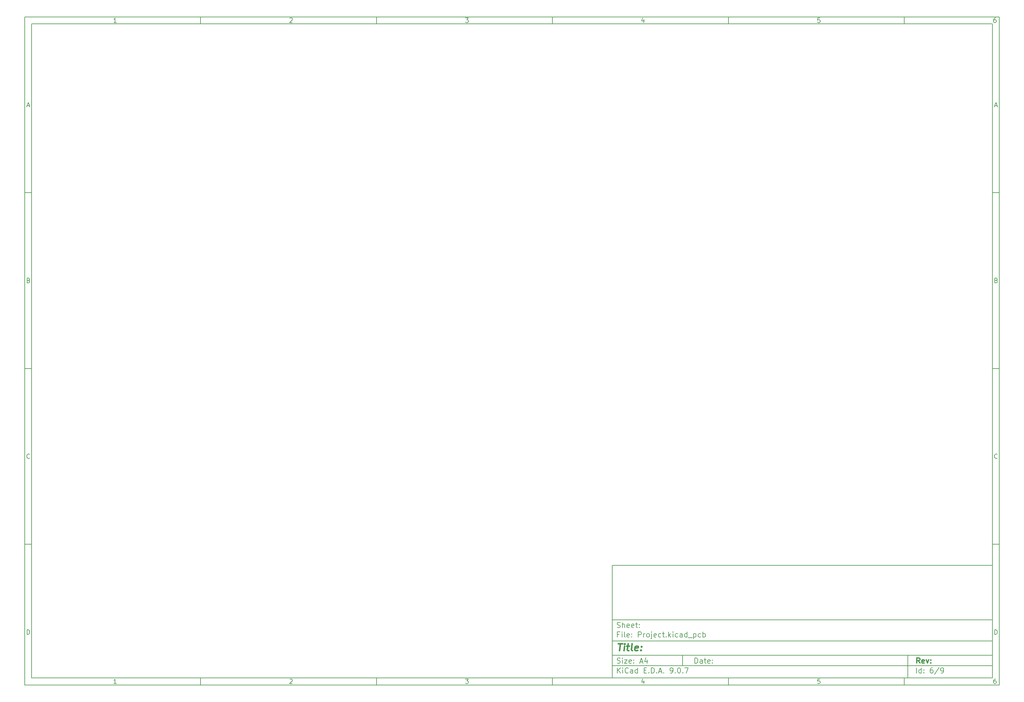
<source format=gbo>
%TF.GenerationSoftware,KiCad,Pcbnew,9.0.7*%
%TF.CreationDate,2026-02-26T16:53:45+05:30*%
%TF.ProjectId,Project,50726f6a-6563-4742-9e6b-696361645f70,rev?*%
%TF.SameCoordinates,Original*%
%TF.FileFunction,Legend,Bot*%
%TF.FilePolarity,Positive*%
%FSLAX46Y46*%
G04 Gerber Fmt 4.6, Leading zero omitted, Abs format (unit mm)*
G04 Created by KiCad (PCBNEW 9.0.7) date 2026-02-26 16:53:45*
%MOMM*%
%LPD*%
G01*
G04 APERTURE LIST*
%ADD10C,0.100000*%
%ADD11C,0.150000*%
%ADD12C,0.300000*%
%ADD13C,0.400000*%
G04 APERTURE END LIST*
D10*
D11*
X177002200Y-166007200D02*
X285002200Y-166007200D01*
X285002200Y-198007200D01*
X177002200Y-198007200D01*
X177002200Y-166007200D01*
D10*
D11*
X10000000Y-10000000D02*
X287002200Y-10000000D01*
X287002200Y-200007200D01*
X10000000Y-200007200D01*
X10000000Y-10000000D01*
D10*
D11*
X12000000Y-12000000D02*
X285002200Y-12000000D01*
X285002200Y-198007200D01*
X12000000Y-198007200D01*
X12000000Y-12000000D01*
D10*
D11*
X60000000Y-12000000D02*
X60000000Y-10000000D01*
D10*
D11*
X110000000Y-12000000D02*
X110000000Y-10000000D01*
D10*
D11*
X160000000Y-12000000D02*
X160000000Y-10000000D01*
D10*
D11*
X210000000Y-12000000D02*
X210000000Y-10000000D01*
D10*
D11*
X260000000Y-12000000D02*
X260000000Y-10000000D01*
D10*
D11*
X36089160Y-11593604D02*
X35346303Y-11593604D01*
X35717731Y-11593604D02*
X35717731Y-10293604D01*
X35717731Y-10293604D02*
X35593922Y-10479319D01*
X35593922Y-10479319D02*
X35470112Y-10603128D01*
X35470112Y-10603128D02*
X35346303Y-10665033D01*
D10*
D11*
X85346303Y-10417414D02*
X85408207Y-10355509D01*
X85408207Y-10355509D02*
X85532017Y-10293604D01*
X85532017Y-10293604D02*
X85841541Y-10293604D01*
X85841541Y-10293604D02*
X85965350Y-10355509D01*
X85965350Y-10355509D02*
X86027255Y-10417414D01*
X86027255Y-10417414D02*
X86089160Y-10541223D01*
X86089160Y-10541223D02*
X86089160Y-10665033D01*
X86089160Y-10665033D02*
X86027255Y-10850747D01*
X86027255Y-10850747D02*
X85284398Y-11593604D01*
X85284398Y-11593604D02*
X86089160Y-11593604D01*
D10*
D11*
X135284398Y-10293604D02*
X136089160Y-10293604D01*
X136089160Y-10293604D02*
X135655826Y-10788842D01*
X135655826Y-10788842D02*
X135841541Y-10788842D01*
X135841541Y-10788842D02*
X135965350Y-10850747D01*
X135965350Y-10850747D02*
X136027255Y-10912652D01*
X136027255Y-10912652D02*
X136089160Y-11036461D01*
X136089160Y-11036461D02*
X136089160Y-11345985D01*
X136089160Y-11345985D02*
X136027255Y-11469795D01*
X136027255Y-11469795D02*
X135965350Y-11531700D01*
X135965350Y-11531700D02*
X135841541Y-11593604D01*
X135841541Y-11593604D02*
X135470112Y-11593604D01*
X135470112Y-11593604D02*
X135346303Y-11531700D01*
X135346303Y-11531700D02*
X135284398Y-11469795D01*
D10*
D11*
X185965350Y-10726938D02*
X185965350Y-11593604D01*
X185655826Y-10231700D02*
X185346303Y-11160271D01*
X185346303Y-11160271D02*
X186151064Y-11160271D01*
D10*
D11*
X236027255Y-10293604D02*
X235408207Y-10293604D01*
X235408207Y-10293604D02*
X235346303Y-10912652D01*
X235346303Y-10912652D02*
X235408207Y-10850747D01*
X235408207Y-10850747D02*
X235532017Y-10788842D01*
X235532017Y-10788842D02*
X235841541Y-10788842D01*
X235841541Y-10788842D02*
X235965350Y-10850747D01*
X235965350Y-10850747D02*
X236027255Y-10912652D01*
X236027255Y-10912652D02*
X236089160Y-11036461D01*
X236089160Y-11036461D02*
X236089160Y-11345985D01*
X236089160Y-11345985D02*
X236027255Y-11469795D01*
X236027255Y-11469795D02*
X235965350Y-11531700D01*
X235965350Y-11531700D02*
X235841541Y-11593604D01*
X235841541Y-11593604D02*
X235532017Y-11593604D01*
X235532017Y-11593604D02*
X235408207Y-11531700D01*
X235408207Y-11531700D02*
X235346303Y-11469795D01*
D10*
D11*
X285965350Y-10293604D02*
X285717731Y-10293604D01*
X285717731Y-10293604D02*
X285593922Y-10355509D01*
X285593922Y-10355509D02*
X285532017Y-10417414D01*
X285532017Y-10417414D02*
X285408207Y-10603128D01*
X285408207Y-10603128D02*
X285346303Y-10850747D01*
X285346303Y-10850747D02*
X285346303Y-11345985D01*
X285346303Y-11345985D02*
X285408207Y-11469795D01*
X285408207Y-11469795D02*
X285470112Y-11531700D01*
X285470112Y-11531700D02*
X285593922Y-11593604D01*
X285593922Y-11593604D02*
X285841541Y-11593604D01*
X285841541Y-11593604D02*
X285965350Y-11531700D01*
X285965350Y-11531700D02*
X286027255Y-11469795D01*
X286027255Y-11469795D02*
X286089160Y-11345985D01*
X286089160Y-11345985D02*
X286089160Y-11036461D01*
X286089160Y-11036461D02*
X286027255Y-10912652D01*
X286027255Y-10912652D02*
X285965350Y-10850747D01*
X285965350Y-10850747D02*
X285841541Y-10788842D01*
X285841541Y-10788842D02*
X285593922Y-10788842D01*
X285593922Y-10788842D02*
X285470112Y-10850747D01*
X285470112Y-10850747D02*
X285408207Y-10912652D01*
X285408207Y-10912652D02*
X285346303Y-11036461D01*
D10*
D11*
X60000000Y-198007200D02*
X60000000Y-200007200D01*
D10*
D11*
X110000000Y-198007200D02*
X110000000Y-200007200D01*
D10*
D11*
X160000000Y-198007200D02*
X160000000Y-200007200D01*
D10*
D11*
X210000000Y-198007200D02*
X210000000Y-200007200D01*
D10*
D11*
X260000000Y-198007200D02*
X260000000Y-200007200D01*
D10*
D11*
X36089160Y-199600804D02*
X35346303Y-199600804D01*
X35717731Y-199600804D02*
X35717731Y-198300804D01*
X35717731Y-198300804D02*
X35593922Y-198486519D01*
X35593922Y-198486519D02*
X35470112Y-198610328D01*
X35470112Y-198610328D02*
X35346303Y-198672233D01*
D10*
D11*
X85346303Y-198424614D02*
X85408207Y-198362709D01*
X85408207Y-198362709D02*
X85532017Y-198300804D01*
X85532017Y-198300804D02*
X85841541Y-198300804D01*
X85841541Y-198300804D02*
X85965350Y-198362709D01*
X85965350Y-198362709D02*
X86027255Y-198424614D01*
X86027255Y-198424614D02*
X86089160Y-198548423D01*
X86089160Y-198548423D02*
X86089160Y-198672233D01*
X86089160Y-198672233D02*
X86027255Y-198857947D01*
X86027255Y-198857947D02*
X85284398Y-199600804D01*
X85284398Y-199600804D02*
X86089160Y-199600804D01*
D10*
D11*
X135284398Y-198300804D02*
X136089160Y-198300804D01*
X136089160Y-198300804D02*
X135655826Y-198796042D01*
X135655826Y-198796042D02*
X135841541Y-198796042D01*
X135841541Y-198796042D02*
X135965350Y-198857947D01*
X135965350Y-198857947D02*
X136027255Y-198919852D01*
X136027255Y-198919852D02*
X136089160Y-199043661D01*
X136089160Y-199043661D02*
X136089160Y-199353185D01*
X136089160Y-199353185D02*
X136027255Y-199476995D01*
X136027255Y-199476995D02*
X135965350Y-199538900D01*
X135965350Y-199538900D02*
X135841541Y-199600804D01*
X135841541Y-199600804D02*
X135470112Y-199600804D01*
X135470112Y-199600804D02*
X135346303Y-199538900D01*
X135346303Y-199538900D02*
X135284398Y-199476995D01*
D10*
D11*
X185965350Y-198734138D02*
X185965350Y-199600804D01*
X185655826Y-198238900D02*
X185346303Y-199167471D01*
X185346303Y-199167471D02*
X186151064Y-199167471D01*
D10*
D11*
X236027255Y-198300804D02*
X235408207Y-198300804D01*
X235408207Y-198300804D02*
X235346303Y-198919852D01*
X235346303Y-198919852D02*
X235408207Y-198857947D01*
X235408207Y-198857947D02*
X235532017Y-198796042D01*
X235532017Y-198796042D02*
X235841541Y-198796042D01*
X235841541Y-198796042D02*
X235965350Y-198857947D01*
X235965350Y-198857947D02*
X236027255Y-198919852D01*
X236027255Y-198919852D02*
X236089160Y-199043661D01*
X236089160Y-199043661D02*
X236089160Y-199353185D01*
X236089160Y-199353185D02*
X236027255Y-199476995D01*
X236027255Y-199476995D02*
X235965350Y-199538900D01*
X235965350Y-199538900D02*
X235841541Y-199600804D01*
X235841541Y-199600804D02*
X235532017Y-199600804D01*
X235532017Y-199600804D02*
X235408207Y-199538900D01*
X235408207Y-199538900D02*
X235346303Y-199476995D01*
D10*
D11*
X285965350Y-198300804D02*
X285717731Y-198300804D01*
X285717731Y-198300804D02*
X285593922Y-198362709D01*
X285593922Y-198362709D02*
X285532017Y-198424614D01*
X285532017Y-198424614D02*
X285408207Y-198610328D01*
X285408207Y-198610328D02*
X285346303Y-198857947D01*
X285346303Y-198857947D02*
X285346303Y-199353185D01*
X285346303Y-199353185D02*
X285408207Y-199476995D01*
X285408207Y-199476995D02*
X285470112Y-199538900D01*
X285470112Y-199538900D02*
X285593922Y-199600804D01*
X285593922Y-199600804D02*
X285841541Y-199600804D01*
X285841541Y-199600804D02*
X285965350Y-199538900D01*
X285965350Y-199538900D02*
X286027255Y-199476995D01*
X286027255Y-199476995D02*
X286089160Y-199353185D01*
X286089160Y-199353185D02*
X286089160Y-199043661D01*
X286089160Y-199043661D02*
X286027255Y-198919852D01*
X286027255Y-198919852D02*
X285965350Y-198857947D01*
X285965350Y-198857947D02*
X285841541Y-198796042D01*
X285841541Y-198796042D02*
X285593922Y-198796042D01*
X285593922Y-198796042D02*
X285470112Y-198857947D01*
X285470112Y-198857947D02*
X285408207Y-198919852D01*
X285408207Y-198919852D02*
X285346303Y-199043661D01*
D10*
D11*
X10000000Y-60000000D02*
X12000000Y-60000000D01*
D10*
D11*
X10000000Y-110000000D02*
X12000000Y-110000000D01*
D10*
D11*
X10000000Y-160000000D02*
X12000000Y-160000000D01*
D10*
D11*
X10690476Y-35222176D02*
X11309523Y-35222176D01*
X10566666Y-35593604D02*
X10999999Y-34293604D01*
X10999999Y-34293604D02*
X11433333Y-35593604D01*
D10*
D11*
X11092857Y-84912652D02*
X11278571Y-84974557D01*
X11278571Y-84974557D02*
X11340476Y-85036461D01*
X11340476Y-85036461D02*
X11402380Y-85160271D01*
X11402380Y-85160271D02*
X11402380Y-85345985D01*
X11402380Y-85345985D02*
X11340476Y-85469795D01*
X11340476Y-85469795D02*
X11278571Y-85531700D01*
X11278571Y-85531700D02*
X11154761Y-85593604D01*
X11154761Y-85593604D02*
X10659523Y-85593604D01*
X10659523Y-85593604D02*
X10659523Y-84293604D01*
X10659523Y-84293604D02*
X11092857Y-84293604D01*
X11092857Y-84293604D02*
X11216666Y-84355509D01*
X11216666Y-84355509D02*
X11278571Y-84417414D01*
X11278571Y-84417414D02*
X11340476Y-84541223D01*
X11340476Y-84541223D02*
X11340476Y-84665033D01*
X11340476Y-84665033D02*
X11278571Y-84788842D01*
X11278571Y-84788842D02*
X11216666Y-84850747D01*
X11216666Y-84850747D02*
X11092857Y-84912652D01*
X11092857Y-84912652D02*
X10659523Y-84912652D01*
D10*
D11*
X11402380Y-135469795D02*
X11340476Y-135531700D01*
X11340476Y-135531700D02*
X11154761Y-135593604D01*
X11154761Y-135593604D02*
X11030952Y-135593604D01*
X11030952Y-135593604D02*
X10845238Y-135531700D01*
X10845238Y-135531700D02*
X10721428Y-135407890D01*
X10721428Y-135407890D02*
X10659523Y-135284080D01*
X10659523Y-135284080D02*
X10597619Y-135036461D01*
X10597619Y-135036461D02*
X10597619Y-134850747D01*
X10597619Y-134850747D02*
X10659523Y-134603128D01*
X10659523Y-134603128D02*
X10721428Y-134479319D01*
X10721428Y-134479319D02*
X10845238Y-134355509D01*
X10845238Y-134355509D02*
X11030952Y-134293604D01*
X11030952Y-134293604D02*
X11154761Y-134293604D01*
X11154761Y-134293604D02*
X11340476Y-134355509D01*
X11340476Y-134355509D02*
X11402380Y-134417414D01*
D10*
D11*
X10659523Y-185593604D02*
X10659523Y-184293604D01*
X10659523Y-184293604D02*
X10969047Y-184293604D01*
X10969047Y-184293604D02*
X11154761Y-184355509D01*
X11154761Y-184355509D02*
X11278571Y-184479319D01*
X11278571Y-184479319D02*
X11340476Y-184603128D01*
X11340476Y-184603128D02*
X11402380Y-184850747D01*
X11402380Y-184850747D02*
X11402380Y-185036461D01*
X11402380Y-185036461D02*
X11340476Y-185284080D01*
X11340476Y-185284080D02*
X11278571Y-185407890D01*
X11278571Y-185407890D02*
X11154761Y-185531700D01*
X11154761Y-185531700D02*
X10969047Y-185593604D01*
X10969047Y-185593604D02*
X10659523Y-185593604D01*
D10*
D11*
X287002200Y-60000000D02*
X285002200Y-60000000D01*
D10*
D11*
X287002200Y-110000000D02*
X285002200Y-110000000D01*
D10*
D11*
X287002200Y-160000000D02*
X285002200Y-160000000D01*
D10*
D11*
X285692676Y-35222176D02*
X286311723Y-35222176D01*
X285568866Y-35593604D02*
X286002199Y-34293604D01*
X286002199Y-34293604D02*
X286435533Y-35593604D01*
D10*
D11*
X286095057Y-84912652D02*
X286280771Y-84974557D01*
X286280771Y-84974557D02*
X286342676Y-85036461D01*
X286342676Y-85036461D02*
X286404580Y-85160271D01*
X286404580Y-85160271D02*
X286404580Y-85345985D01*
X286404580Y-85345985D02*
X286342676Y-85469795D01*
X286342676Y-85469795D02*
X286280771Y-85531700D01*
X286280771Y-85531700D02*
X286156961Y-85593604D01*
X286156961Y-85593604D02*
X285661723Y-85593604D01*
X285661723Y-85593604D02*
X285661723Y-84293604D01*
X285661723Y-84293604D02*
X286095057Y-84293604D01*
X286095057Y-84293604D02*
X286218866Y-84355509D01*
X286218866Y-84355509D02*
X286280771Y-84417414D01*
X286280771Y-84417414D02*
X286342676Y-84541223D01*
X286342676Y-84541223D02*
X286342676Y-84665033D01*
X286342676Y-84665033D02*
X286280771Y-84788842D01*
X286280771Y-84788842D02*
X286218866Y-84850747D01*
X286218866Y-84850747D02*
X286095057Y-84912652D01*
X286095057Y-84912652D02*
X285661723Y-84912652D01*
D10*
D11*
X286404580Y-135469795D02*
X286342676Y-135531700D01*
X286342676Y-135531700D02*
X286156961Y-135593604D01*
X286156961Y-135593604D02*
X286033152Y-135593604D01*
X286033152Y-135593604D02*
X285847438Y-135531700D01*
X285847438Y-135531700D02*
X285723628Y-135407890D01*
X285723628Y-135407890D02*
X285661723Y-135284080D01*
X285661723Y-135284080D02*
X285599819Y-135036461D01*
X285599819Y-135036461D02*
X285599819Y-134850747D01*
X285599819Y-134850747D02*
X285661723Y-134603128D01*
X285661723Y-134603128D02*
X285723628Y-134479319D01*
X285723628Y-134479319D02*
X285847438Y-134355509D01*
X285847438Y-134355509D02*
X286033152Y-134293604D01*
X286033152Y-134293604D02*
X286156961Y-134293604D01*
X286156961Y-134293604D02*
X286342676Y-134355509D01*
X286342676Y-134355509D02*
X286404580Y-134417414D01*
D10*
D11*
X285661723Y-185593604D02*
X285661723Y-184293604D01*
X285661723Y-184293604D02*
X285971247Y-184293604D01*
X285971247Y-184293604D02*
X286156961Y-184355509D01*
X286156961Y-184355509D02*
X286280771Y-184479319D01*
X286280771Y-184479319D02*
X286342676Y-184603128D01*
X286342676Y-184603128D02*
X286404580Y-184850747D01*
X286404580Y-184850747D02*
X286404580Y-185036461D01*
X286404580Y-185036461D02*
X286342676Y-185284080D01*
X286342676Y-185284080D02*
X286280771Y-185407890D01*
X286280771Y-185407890D02*
X286156961Y-185531700D01*
X286156961Y-185531700D02*
X285971247Y-185593604D01*
X285971247Y-185593604D02*
X285661723Y-185593604D01*
D10*
D11*
X200458026Y-193793328D02*
X200458026Y-192293328D01*
X200458026Y-192293328D02*
X200815169Y-192293328D01*
X200815169Y-192293328D02*
X201029455Y-192364757D01*
X201029455Y-192364757D02*
X201172312Y-192507614D01*
X201172312Y-192507614D02*
X201243741Y-192650471D01*
X201243741Y-192650471D02*
X201315169Y-192936185D01*
X201315169Y-192936185D02*
X201315169Y-193150471D01*
X201315169Y-193150471D02*
X201243741Y-193436185D01*
X201243741Y-193436185D02*
X201172312Y-193579042D01*
X201172312Y-193579042D02*
X201029455Y-193721900D01*
X201029455Y-193721900D02*
X200815169Y-193793328D01*
X200815169Y-193793328D02*
X200458026Y-193793328D01*
X202600884Y-193793328D02*
X202600884Y-193007614D01*
X202600884Y-193007614D02*
X202529455Y-192864757D01*
X202529455Y-192864757D02*
X202386598Y-192793328D01*
X202386598Y-192793328D02*
X202100884Y-192793328D01*
X202100884Y-192793328D02*
X201958026Y-192864757D01*
X202600884Y-193721900D02*
X202458026Y-193793328D01*
X202458026Y-193793328D02*
X202100884Y-193793328D01*
X202100884Y-193793328D02*
X201958026Y-193721900D01*
X201958026Y-193721900D02*
X201886598Y-193579042D01*
X201886598Y-193579042D02*
X201886598Y-193436185D01*
X201886598Y-193436185D02*
X201958026Y-193293328D01*
X201958026Y-193293328D02*
X202100884Y-193221900D01*
X202100884Y-193221900D02*
X202458026Y-193221900D01*
X202458026Y-193221900D02*
X202600884Y-193150471D01*
X203100884Y-192793328D02*
X203672312Y-192793328D01*
X203315169Y-192293328D02*
X203315169Y-193579042D01*
X203315169Y-193579042D02*
X203386598Y-193721900D01*
X203386598Y-193721900D02*
X203529455Y-193793328D01*
X203529455Y-193793328D02*
X203672312Y-193793328D01*
X204743741Y-193721900D02*
X204600884Y-193793328D01*
X204600884Y-193793328D02*
X204315170Y-193793328D01*
X204315170Y-193793328D02*
X204172312Y-193721900D01*
X204172312Y-193721900D02*
X204100884Y-193579042D01*
X204100884Y-193579042D02*
X204100884Y-193007614D01*
X204100884Y-193007614D02*
X204172312Y-192864757D01*
X204172312Y-192864757D02*
X204315170Y-192793328D01*
X204315170Y-192793328D02*
X204600884Y-192793328D01*
X204600884Y-192793328D02*
X204743741Y-192864757D01*
X204743741Y-192864757D02*
X204815170Y-193007614D01*
X204815170Y-193007614D02*
X204815170Y-193150471D01*
X204815170Y-193150471D02*
X204100884Y-193293328D01*
X205458026Y-193650471D02*
X205529455Y-193721900D01*
X205529455Y-193721900D02*
X205458026Y-193793328D01*
X205458026Y-193793328D02*
X205386598Y-193721900D01*
X205386598Y-193721900D02*
X205458026Y-193650471D01*
X205458026Y-193650471D02*
X205458026Y-193793328D01*
X205458026Y-192864757D02*
X205529455Y-192936185D01*
X205529455Y-192936185D02*
X205458026Y-193007614D01*
X205458026Y-193007614D02*
X205386598Y-192936185D01*
X205386598Y-192936185D02*
X205458026Y-192864757D01*
X205458026Y-192864757D02*
X205458026Y-193007614D01*
D10*
D11*
X177002200Y-194507200D02*
X285002200Y-194507200D01*
D10*
D11*
X178458026Y-196593328D02*
X178458026Y-195093328D01*
X179315169Y-196593328D02*
X178672312Y-195736185D01*
X179315169Y-195093328D02*
X178458026Y-195950471D01*
X179958026Y-196593328D02*
X179958026Y-195593328D01*
X179958026Y-195093328D02*
X179886598Y-195164757D01*
X179886598Y-195164757D02*
X179958026Y-195236185D01*
X179958026Y-195236185D02*
X180029455Y-195164757D01*
X180029455Y-195164757D02*
X179958026Y-195093328D01*
X179958026Y-195093328D02*
X179958026Y-195236185D01*
X181529455Y-196450471D02*
X181458027Y-196521900D01*
X181458027Y-196521900D02*
X181243741Y-196593328D01*
X181243741Y-196593328D02*
X181100884Y-196593328D01*
X181100884Y-196593328D02*
X180886598Y-196521900D01*
X180886598Y-196521900D02*
X180743741Y-196379042D01*
X180743741Y-196379042D02*
X180672312Y-196236185D01*
X180672312Y-196236185D02*
X180600884Y-195950471D01*
X180600884Y-195950471D02*
X180600884Y-195736185D01*
X180600884Y-195736185D02*
X180672312Y-195450471D01*
X180672312Y-195450471D02*
X180743741Y-195307614D01*
X180743741Y-195307614D02*
X180886598Y-195164757D01*
X180886598Y-195164757D02*
X181100884Y-195093328D01*
X181100884Y-195093328D02*
X181243741Y-195093328D01*
X181243741Y-195093328D02*
X181458027Y-195164757D01*
X181458027Y-195164757D02*
X181529455Y-195236185D01*
X182815170Y-196593328D02*
X182815170Y-195807614D01*
X182815170Y-195807614D02*
X182743741Y-195664757D01*
X182743741Y-195664757D02*
X182600884Y-195593328D01*
X182600884Y-195593328D02*
X182315170Y-195593328D01*
X182315170Y-195593328D02*
X182172312Y-195664757D01*
X182815170Y-196521900D02*
X182672312Y-196593328D01*
X182672312Y-196593328D02*
X182315170Y-196593328D01*
X182315170Y-196593328D02*
X182172312Y-196521900D01*
X182172312Y-196521900D02*
X182100884Y-196379042D01*
X182100884Y-196379042D02*
X182100884Y-196236185D01*
X182100884Y-196236185D02*
X182172312Y-196093328D01*
X182172312Y-196093328D02*
X182315170Y-196021900D01*
X182315170Y-196021900D02*
X182672312Y-196021900D01*
X182672312Y-196021900D02*
X182815170Y-195950471D01*
X184172313Y-196593328D02*
X184172313Y-195093328D01*
X184172313Y-196521900D02*
X184029455Y-196593328D01*
X184029455Y-196593328D02*
X183743741Y-196593328D01*
X183743741Y-196593328D02*
X183600884Y-196521900D01*
X183600884Y-196521900D02*
X183529455Y-196450471D01*
X183529455Y-196450471D02*
X183458027Y-196307614D01*
X183458027Y-196307614D02*
X183458027Y-195879042D01*
X183458027Y-195879042D02*
X183529455Y-195736185D01*
X183529455Y-195736185D02*
X183600884Y-195664757D01*
X183600884Y-195664757D02*
X183743741Y-195593328D01*
X183743741Y-195593328D02*
X184029455Y-195593328D01*
X184029455Y-195593328D02*
X184172313Y-195664757D01*
X186029455Y-195807614D02*
X186529455Y-195807614D01*
X186743741Y-196593328D02*
X186029455Y-196593328D01*
X186029455Y-196593328D02*
X186029455Y-195093328D01*
X186029455Y-195093328D02*
X186743741Y-195093328D01*
X187386598Y-196450471D02*
X187458027Y-196521900D01*
X187458027Y-196521900D02*
X187386598Y-196593328D01*
X187386598Y-196593328D02*
X187315170Y-196521900D01*
X187315170Y-196521900D02*
X187386598Y-196450471D01*
X187386598Y-196450471D02*
X187386598Y-196593328D01*
X188100884Y-196593328D02*
X188100884Y-195093328D01*
X188100884Y-195093328D02*
X188458027Y-195093328D01*
X188458027Y-195093328D02*
X188672313Y-195164757D01*
X188672313Y-195164757D02*
X188815170Y-195307614D01*
X188815170Y-195307614D02*
X188886599Y-195450471D01*
X188886599Y-195450471D02*
X188958027Y-195736185D01*
X188958027Y-195736185D02*
X188958027Y-195950471D01*
X188958027Y-195950471D02*
X188886599Y-196236185D01*
X188886599Y-196236185D02*
X188815170Y-196379042D01*
X188815170Y-196379042D02*
X188672313Y-196521900D01*
X188672313Y-196521900D02*
X188458027Y-196593328D01*
X188458027Y-196593328D02*
X188100884Y-196593328D01*
X189600884Y-196450471D02*
X189672313Y-196521900D01*
X189672313Y-196521900D02*
X189600884Y-196593328D01*
X189600884Y-196593328D02*
X189529456Y-196521900D01*
X189529456Y-196521900D02*
X189600884Y-196450471D01*
X189600884Y-196450471D02*
X189600884Y-196593328D01*
X190243742Y-196164757D02*
X190958028Y-196164757D01*
X190100885Y-196593328D02*
X190600885Y-195093328D01*
X190600885Y-195093328D02*
X191100885Y-196593328D01*
X191600884Y-196450471D02*
X191672313Y-196521900D01*
X191672313Y-196521900D02*
X191600884Y-196593328D01*
X191600884Y-196593328D02*
X191529456Y-196521900D01*
X191529456Y-196521900D02*
X191600884Y-196450471D01*
X191600884Y-196450471D02*
X191600884Y-196593328D01*
X193529456Y-196593328D02*
X193815170Y-196593328D01*
X193815170Y-196593328D02*
X193958027Y-196521900D01*
X193958027Y-196521900D02*
X194029456Y-196450471D01*
X194029456Y-196450471D02*
X194172313Y-196236185D01*
X194172313Y-196236185D02*
X194243742Y-195950471D01*
X194243742Y-195950471D02*
X194243742Y-195379042D01*
X194243742Y-195379042D02*
X194172313Y-195236185D01*
X194172313Y-195236185D02*
X194100885Y-195164757D01*
X194100885Y-195164757D02*
X193958027Y-195093328D01*
X193958027Y-195093328D02*
X193672313Y-195093328D01*
X193672313Y-195093328D02*
X193529456Y-195164757D01*
X193529456Y-195164757D02*
X193458027Y-195236185D01*
X193458027Y-195236185D02*
X193386599Y-195379042D01*
X193386599Y-195379042D02*
X193386599Y-195736185D01*
X193386599Y-195736185D02*
X193458027Y-195879042D01*
X193458027Y-195879042D02*
X193529456Y-195950471D01*
X193529456Y-195950471D02*
X193672313Y-196021900D01*
X193672313Y-196021900D02*
X193958027Y-196021900D01*
X193958027Y-196021900D02*
X194100885Y-195950471D01*
X194100885Y-195950471D02*
X194172313Y-195879042D01*
X194172313Y-195879042D02*
X194243742Y-195736185D01*
X194886598Y-196450471D02*
X194958027Y-196521900D01*
X194958027Y-196521900D02*
X194886598Y-196593328D01*
X194886598Y-196593328D02*
X194815170Y-196521900D01*
X194815170Y-196521900D02*
X194886598Y-196450471D01*
X194886598Y-196450471D02*
X194886598Y-196593328D01*
X195886599Y-195093328D02*
X196029456Y-195093328D01*
X196029456Y-195093328D02*
X196172313Y-195164757D01*
X196172313Y-195164757D02*
X196243742Y-195236185D01*
X196243742Y-195236185D02*
X196315170Y-195379042D01*
X196315170Y-195379042D02*
X196386599Y-195664757D01*
X196386599Y-195664757D02*
X196386599Y-196021900D01*
X196386599Y-196021900D02*
X196315170Y-196307614D01*
X196315170Y-196307614D02*
X196243742Y-196450471D01*
X196243742Y-196450471D02*
X196172313Y-196521900D01*
X196172313Y-196521900D02*
X196029456Y-196593328D01*
X196029456Y-196593328D02*
X195886599Y-196593328D01*
X195886599Y-196593328D02*
X195743742Y-196521900D01*
X195743742Y-196521900D02*
X195672313Y-196450471D01*
X195672313Y-196450471D02*
X195600884Y-196307614D01*
X195600884Y-196307614D02*
X195529456Y-196021900D01*
X195529456Y-196021900D02*
X195529456Y-195664757D01*
X195529456Y-195664757D02*
X195600884Y-195379042D01*
X195600884Y-195379042D02*
X195672313Y-195236185D01*
X195672313Y-195236185D02*
X195743742Y-195164757D01*
X195743742Y-195164757D02*
X195886599Y-195093328D01*
X197029455Y-196450471D02*
X197100884Y-196521900D01*
X197100884Y-196521900D02*
X197029455Y-196593328D01*
X197029455Y-196593328D02*
X196958027Y-196521900D01*
X196958027Y-196521900D02*
X197029455Y-196450471D01*
X197029455Y-196450471D02*
X197029455Y-196593328D01*
X197600884Y-195093328D02*
X198600884Y-195093328D01*
X198600884Y-195093328D02*
X197958027Y-196593328D01*
D10*
D11*
X177002200Y-191507200D02*
X285002200Y-191507200D01*
D10*
D12*
X264413853Y-193785528D02*
X263913853Y-193071242D01*
X263556710Y-193785528D02*
X263556710Y-192285528D01*
X263556710Y-192285528D02*
X264128139Y-192285528D01*
X264128139Y-192285528D02*
X264270996Y-192356957D01*
X264270996Y-192356957D02*
X264342425Y-192428385D01*
X264342425Y-192428385D02*
X264413853Y-192571242D01*
X264413853Y-192571242D02*
X264413853Y-192785528D01*
X264413853Y-192785528D02*
X264342425Y-192928385D01*
X264342425Y-192928385D02*
X264270996Y-192999814D01*
X264270996Y-192999814D02*
X264128139Y-193071242D01*
X264128139Y-193071242D02*
X263556710Y-193071242D01*
X265628139Y-193714100D02*
X265485282Y-193785528D01*
X265485282Y-193785528D02*
X265199568Y-193785528D01*
X265199568Y-193785528D02*
X265056710Y-193714100D01*
X265056710Y-193714100D02*
X264985282Y-193571242D01*
X264985282Y-193571242D02*
X264985282Y-192999814D01*
X264985282Y-192999814D02*
X265056710Y-192856957D01*
X265056710Y-192856957D02*
X265199568Y-192785528D01*
X265199568Y-192785528D02*
X265485282Y-192785528D01*
X265485282Y-192785528D02*
X265628139Y-192856957D01*
X265628139Y-192856957D02*
X265699568Y-192999814D01*
X265699568Y-192999814D02*
X265699568Y-193142671D01*
X265699568Y-193142671D02*
X264985282Y-193285528D01*
X266199567Y-192785528D02*
X266556710Y-193785528D01*
X266556710Y-193785528D02*
X266913853Y-192785528D01*
X267485281Y-193642671D02*
X267556710Y-193714100D01*
X267556710Y-193714100D02*
X267485281Y-193785528D01*
X267485281Y-193785528D02*
X267413853Y-193714100D01*
X267413853Y-193714100D02*
X267485281Y-193642671D01*
X267485281Y-193642671D02*
X267485281Y-193785528D01*
X267485281Y-192856957D02*
X267556710Y-192928385D01*
X267556710Y-192928385D02*
X267485281Y-192999814D01*
X267485281Y-192999814D02*
X267413853Y-192928385D01*
X267413853Y-192928385D02*
X267485281Y-192856957D01*
X267485281Y-192856957D02*
X267485281Y-192999814D01*
D10*
D11*
X178386598Y-193721900D02*
X178600884Y-193793328D01*
X178600884Y-193793328D02*
X178958026Y-193793328D01*
X178958026Y-193793328D02*
X179100884Y-193721900D01*
X179100884Y-193721900D02*
X179172312Y-193650471D01*
X179172312Y-193650471D02*
X179243741Y-193507614D01*
X179243741Y-193507614D02*
X179243741Y-193364757D01*
X179243741Y-193364757D02*
X179172312Y-193221900D01*
X179172312Y-193221900D02*
X179100884Y-193150471D01*
X179100884Y-193150471D02*
X178958026Y-193079042D01*
X178958026Y-193079042D02*
X178672312Y-193007614D01*
X178672312Y-193007614D02*
X178529455Y-192936185D01*
X178529455Y-192936185D02*
X178458026Y-192864757D01*
X178458026Y-192864757D02*
X178386598Y-192721900D01*
X178386598Y-192721900D02*
X178386598Y-192579042D01*
X178386598Y-192579042D02*
X178458026Y-192436185D01*
X178458026Y-192436185D02*
X178529455Y-192364757D01*
X178529455Y-192364757D02*
X178672312Y-192293328D01*
X178672312Y-192293328D02*
X179029455Y-192293328D01*
X179029455Y-192293328D02*
X179243741Y-192364757D01*
X179886597Y-193793328D02*
X179886597Y-192793328D01*
X179886597Y-192293328D02*
X179815169Y-192364757D01*
X179815169Y-192364757D02*
X179886597Y-192436185D01*
X179886597Y-192436185D02*
X179958026Y-192364757D01*
X179958026Y-192364757D02*
X179886597Y-192293328D01*
X179886597Y-192293328D02*
X179886597Y-192436185D01*
X180458026Y-192793328D02*
X181243741Y-192793328D01*
X181243741Y-192793328D02*
X180458026Y-193793328D01*
X180458026Y-193793328D02*
X181243741Y-193793328D01*
X182386598Y-193721900D02*
X182243741Y-193793328D01*
X182243741Y-193793328D02*
X181958027Y-193793328D01*
X181958027Y-193793328D02*
X181815169Y-193721900D01*
X181815169Y-193721900D02*
X181743741Y-193579042D01*
X181743741Y-193579042D02*
X181743741Y-193007614D01*
X181743741Y-193007614D02*
X181815169Y-192864757D01*
X181815169Y-192864757D02*
X181958027Y-192793328D01*
X181958027Y-192793328D02*
X182243741Y-192793328D01*
X182243741Y-192793328D02*
X182386598Y-192864757D01*
X182386598Y-192864757D02*
X182458027Y-193007614D01*
X182458027Y-193007614D02*
X182458027Y-193150471D01*
X182458027Y-193150471D02*
X181743741Y-193293328D01*
X183100883Y-193650471D02*
X183172312Y-193721900D01*
X183172312Y-193721900D02*
X183100883Y-193793328D01*
X183100883Y-193793328D02*
X183029455Y-193721900D01*
X183029455Y-193721900D02*
X183100883Y-193650471D01*
X183100883Y-193650471D02*
X183100883Y-193793328D01*
X183100883Y-192864757D02*
X183172312Y-192936185D01*
X183172312Y-192936185D02*
X183100883Y-193007614D01*
X183100883Y-193007614D02*
X183029455Y-192936185D01*
X183029455Y-192936185D02*
X183100883Y-192864757D01*
X183100883Y-192864757D02*
X183100883Y-193007614D01*
X184886598Y-193364757D02*
X185600884Y-193364757D01*
X184743741Y-193793328D02*
X185243741Y-192293328D01*
X185243741Y-192293328D02*
X185743741Y-193793328D01*
X186886598Y-192793328D02*
X186886598Y-193793328D01*
X186529455Y-192221900D02*
X186172312Y-193293328D01*
X186172312Y-193293328D02*
X187100883Y-193293328D01*
D10*
D11*
X263458026Y-196593328D02*
X263458026Y-195093328D01*
X264815170Y-196593328D02*
X264815170Y-195093328D01*
X264815170Y-196521900D02*
X264672312Y-196593328D01*
X264672312Y-196593328D02*
X264386598Y-196593328D01*
X264386598Y-196593328D02*
X264243741Y-196521900D01*
X264243741Y-196521900D02*
X264172312Y-196450471D01*
X264172312Y-196450471D02*
X264100884Y-196307614D01*
X264100884Y-196307614D02*
X264100884Y-195879042D01*
X264100884Y-195879042D02*
X264172312Y-195736185D01*
X264172312Y-195736185D02*
X264243741Y-195664757D01*
X264243741Y-195664757D02*
X264386598Y-195593328D01*
X264386598Y-195593328D02*
X264672312Y-195593328D01*
X264672312Y-195593328D02*
X264815170Y-195664757D01*
X265529455Y-196450471D02*
X265600884Y-196521900D01*
X265600884Y-196521900D02*
X265529455Y-196593328D01*
X265529455Y-196593328D02*
X265458027Y-196521900D01*
X265458027Y-196521900D02*
X265529455Y-196450471D01*
X265529455Y-196450471D02*
X265529455Y-196593328D01*
X265529455Y-195664757D02*
X265600884Y-195736185D01*
X265600884Y-195736185D02*
X265529455Y-195807614D01*
X265529455Y-195807614D02*
X265458027Y-195736185D01*
X265458027Y-195736185D02*
X265529455Y-195664757D01*
X265529455Y-195664757D02*
X265529455Y-195807614D01*
X268029456Y-195093328D02*
X267743741Y-195093328D01*
X267743741Y-195093328D02*
X267600884Y-195164757D01*
X267600884Y-195164757D02*
X267529456Y-195236185D01*
X267529456Y-195236185D02*
X267386598Y-195450471D01*
X267386598Y-195450471D02*
X267315170Y-195736185D01*
X267315170Y-195736185D02*
X267315170Y-196307614D01*
X267315170Y-196307614D02*
X267386598Y-196450471D01*
X267386598Y-196450471D02*
X267458027Y-196521900D01*
X267458027Y-196521900D02*
X267600884Y-196593328D01*
X267600884Y-196593328D02*
X267886598Y-196593328D01*
X267886598Y-196593328D02*
X268029456Y-196521900D01*
X268029456Y-196521900D02*
X268100884Y-196450471D01*
X268100884Y-196450471D02*
X268172313Y-196307614D01*
X268172313Y-196307614D02*
X268172313Y-195950471D01*
X268172313Y-195950471D02*
X268100884Y-195807614D01*
X268100884Y-195807614D02*
X268029456Y-195736185D01*
X268029456Y-195736185D02*
X267886598Y-195664757D01*
X267886598Y-195664757D02*
X267600884Y-195664757D01*
X267600884Y-195664757D02*
X267458027Y-195736185D01*
X267458027Y-195736185D02*
X267386598Y-195807614D01*
X267386598Y-195807614D02*
X267315170Y-195950471D01*
X269886598Y-195021900D02*
X268600884Y-196950471D01*
X270458027Y-196593328D02*
X270743741Y-196593328D01*
X270743741Y-196593328D02*
X270886598Y-196521900D01*
X270886598Y-196521900D02*
X270958027Y-196450471D01*
X270958027Y-196450471D02*
X271100884Y-196236185D01*
X271100884Y-196236185D02*
X271172313Y-195950471D01*
X271172313Y-195950471D02*
X271172313Y-195379042D01*
X271172313Y-195379042D02*
X271100884Y-195236185D01*
X271100884Y-195236185D02*
X271029456Y-195164757D01*
X271029456Y-195164757D02*
X270886598Y-195093328D01*
X270886598Y-195093328D02*
X270600884Y-195093328D01*
X270600884Y-195093328D02*
X270458027Y-195164757D01*
X270458027Y-195164757D02*
X270386598Y-195236185D01*
X270386598Y-195236185D02*
X270315170Y-195379042D01*
X270315170Y-195379042D02*
X270315170Y-195736185D01*
X270315170Y-195736185D02*
X270386598Y-195879042D01*
X270386598Y-195879042D02*
X270458027Y-195950471D01*
X270458027Y-195950471D02*
X270600884Y-196021900D01*
X270600884Y-196021900D02*
X270886598Y-196021900D01*
X270886598Y-196021900D02*
X271029456Y-195950471D01*
X271029456Y-195950471D02*
X271100884Y-195879042D01*
X271100884Y-195879042D02*
X271172313Y-195736185D01*
D10*
D11*
X177002200Y-187507200D02*
X285002200Y-187507200D01*
D10*
D13*
X178693928Y-188211638D02*
X179836785Y-188211638D01*
X179015357Y-190211638D02*
X179265357Y-188211638D01*
X180253452Y-190211638D02*
X180420119Y-188878304D01*
X180503452Y-188211638D02*
X180396309Y-188306876D01*
X180396309Y-188306876D02*
X180479643Y-188402114D01*
X180479643Y-188402114D02*
X180586786Y-188306876D01*
X180586786Y-188306876D02*
X180503452Y-188211638D01*
X180503452Y-188211638D02*
X180479643Y-188402114D01*
X181086786Y-188878304D02*
X181848690Y-188878304D01*
X181455833Y-188211638D02*
X181241548Y-189925923D01*
X181241548Y-189925923D02*
X181312976Y-190116400D01*
X181312976Y-190116400D02*
X181491548Y-190211638D01*
X181491548Y-190211638D02*
X181682024Y-190211638D01*
X182634405Y-190211638D02*
X182455833Y-190116400D01*
X182455833Y-190116400D02*
X182384405Y-189925923D01*
X182384405Y-189925923D02*
X182598690Y-188211638D01*
X184170119Y-190116400D02*
X183967738Y-190211638D01*
X183967738Y-190211638D02*
X183586785Y-190211638D01*
X183586785Y-190211638D02*
X183408214Y-190116400D01*
X183408214Y-190116400D02*
X183336785Y-189925923D01*
X183336785Y-189925923D02*
X183432024Y-189164019D01*
X183432024Y-189164019D02*
X183551071Y-188973542D01*
X183551071Y-188973542D02*
X183753452Y-188878304D01*
X183753452Y-188878304D02*
X184134404Y-188878304D01*
X184134404Y-188878304D02*
X184312976Y-188973542D01*
X184312976Y-188973542D02*
X184384404Y-189164019D01*
X184384404Y-189164019D02*
X184360595Y-189354495D01*
X184360595Y-189354495D02*
X183384404Y-189544971D01*
X185134405Y-190021161D02*
X185217738Y-190116400D01*
X185217738Y-190116400D02*
X185110595Y-190211638D01*
X185110595Y-190211638D02*
X185027262Y-190116400D01*
X185027262Y-190116400D02*
X185134405Y-190021161D01*
X185134405Y-190021161D02*
X185110595Y-190211638D01*
X185265357Y-188973542D02*
X185348690Y-189068780D01*
X185348690Y-189068780D02*
X185241548Y-189164019D01*
X185241548Y-189164019D02*
X185158214Y-189068780D01*
X185158214Y-189068780D02*
X185265357Y-188973542D01*
X185265357Y-188973542D02*
X185241548Y-189164019D01*
D10*
D11*
X178958026Y-185607614D02*
X178458026Y-185607614D01*
X178458026Y-186393328D02*
X178458026Y-184893328D01*
X178458026Y-184893328D02*
X179172312Y-184893328D01*
X179743740Y-186393328D02*
X179743740Y-185393328D01*
X179743740Y-184893328D02*
X179672312Y-184964757D01*
X179672312Y-184964757D02*
X179743740Y-185036185D01*
X179743740Y-185036185D02*
X179815169Y-184964757D01*
X179815169Y-184964757D02*
X179743740Y-184893328D01*
X179743740Y-184893328D02*
X179743740Y-185036185D01*
X180672312Y-186393328D02*
X180529455Y-186321900D01*
X180529455Y-186321900D02*
X180458026Y-186179042D01*
X180458026Y-186179042D02*
X180458026Y-184893328D01*
X181815169Y-186321900D02*
X181672312Y-186393328D01*
X181672312Y-186393328D02*
X181386598Y-186393328D01*
X181386598Y-186393328D02*
X181243740Y-186321900D01*
X181243740Y-186321900D02*
X181172312Y-186179042D01*
X181172312Y-186179042D02*
X181172312Y-185607614D01*
X181172312Y-185607614D02*
X181243740Y-185464757D01*
X181243740Y-185464757D02*
X181386598Y-185393328D01*
X181386598Y-185393328D02*
X181672312Y-185393328D01*
X181672312Y-185393328D02*
X181815169Y-185464757D01*
X181815169Y-185464757D02*
X181886598Y-185607614D01*
X181886598Y-185607614D02*
X181886598Y-185750471D01*
X181886598Y-185750471D02*
X181172312Y-185893328D01*
X182529454Y-186250471D02*
X182600883Y-186321900D01*
X182600883Y-186321900D02*
X182529454Y-186393328D01*
X182529454Y-186393328D02*
X182458026Y-186321900D01*
X182458026Y-186321900D02*
X182529454Y-186250471D01*
X182529454Y-186250471D02*
X182529454Y-186393328D01*
X182529454Y-185464757D02*
X182600883Y-185536185D01*
X182600883Y-185536185D02*
X182529454Y-185607614D01*
X182529454Y-185607614D02*
X182458026Y-185536185D01*
X182458026Y-185536185D02*
X182529454Y-185464757D01*
X182529454Y-185464757D02*
X182529454Y-185607614D01*
X184386597Y-186393328D02*
X184386597Y-184893328D01*
X184386597Y-184893328D02*
X184958026Y-184893328D01*
X184958026Y-184893328D02*
X185100883Y-184964757D01*
X185100883Y-184964757D02*
X185172312Y-185036185D01*
X185172312Y-185036185D02*
X185243740Y-185179042D01*
X185243740Y-185179042D02*
X185243740Y-185393328D01*
X185243740Y-185393328D02*
X185172312Y-185536185D01*
X185172312Y-185536185D02*
X185100883Y-185607614D01*
X185100883Y-185607614D02*
X184958026Y-185679042D01*
X184958026Y-185679042D02*
X184386597Y-185679042D01*
X185886597Y-186393328D02*
X185886597Y-185393328D01*
X185886597Y-185679042D02*
X185958026Y-185536185D01*
X185958026Y-185536185D02*
X186029455Y-185464757D01*
X186029455Y-185464757D02*
X186172312Y-185393328D01*
X186172312Y-185393328D02*
X186315169Y-185393328D01*
X187029454Y-186393328D02*
X186886597Y-186321900D01*
X186886597Y-186321900D02*
X186815168Y-186250471D01*
X186815168Y-186250471D02*
X186743740Y-186107614D01*
X186743740Y-186107614D02*
X186743740Y-185679042D01*
X186743740Y-185679042D02*
X186815168Y-185536185D01*
X186815168Y-185536185D02*
X186886597Y-185464757D01*
X186886597Y-185464757D02*
X187029454Y-185393328D01*
X187029454Y-185393328D02*
X187243740Y-185393328D01*
X187243740Y-185393328D02*
X187386597Y-185464757D01*
X187386597Y-185464757D02*
X187458026Y-185536185D01*
X187458026Y-185536185D02*
X187529454Y-185679042D01*
X187529454Y-185679042D02*
X187529454Y-186107614D01*
X187529454Y-186107614D02*
X187458026Y-186250471D01*
X187458026Y-186250471D02*
X187386597Y-186321900D01*
X187386597Y-186321900D02*
X187243740Y-186393328D01*
X187243740Y-186393328D02*
X187029454Y-186393328D01*
X188172311Y-185393328D02*
X188172311Y-186679042D01*
X188172311Y-186679042D02*
X188100883Y-186821900D01*
X188100883Y-186821900D02*
X187958026Y-186893328D01*
X187958026Y-186893328D02*
X187886597Y-186893328D01*
X188172311Y-184893328D02*
X188100883Y-184964757D01*
X188100883Y-184964757D02*
X188172311Y-185036185D01*
X188172311Y-185036185D02*
X188243740Y-184964757D01*
X188243740Y-184964757D02*
X188172311Y-184893328D01*
X188172311Y-184893328D02*
X188172311Y-185036185D01*
X189458026Y-186321900D02*
X189315169Y-186393328D01*
X189315169Y-186393328D02*
X189029455Y-186393328D01*
X189029455Y-186393328D02*
X188886597Y-186321900D01*
X188886597Y-186321900D02*
X188815169Y-186179042D01*
X188815169Y-186179042D02*
X188815169Y-185607614D01*
X188815169Y-185607614D02*
X188886597Y-185464757D01*
X188886597Y-185464757D02*
X189029455Y-185393328D01*
X189029455Y-185393328D02*
X189315169Y-185393328D01*
X189315169Y-185393328D02*
X189458026Y-185464757D01*
X189458026Y-185464757D02*
X189529455Y-185607614D01*
X189529455Y-185607614D02*
X189529455Y-185750471D01*
X189529455Y-185750471D02*
X188815169Y-185893328D01*
X190815169Y-186321900D02*
X190672311Y-186393328D01*
X190672311Y-186393328D02*
X190386597Y-186393328D01*
X190386597Y-186393328D02*
X190243740Y-186321900D01*
X190243740Y-186321900D02*
X190172311Y-186250471D01*
X190172311Y-186250471D02*
X190100883Y-186107614D01*
X190100883Y-186107614D02*
X190100883Y-185679042D01*
X190100883Y-185679042D02*
X190172311Y-185536185D01*
X190172311Y-185536185D02*
X190243740Y-185464757D01*
X190243740Y-185464757D02*
X190386597Y-185393328D01*
X190386597Y-185393328D02*
X190672311Y-185393328D01*
X190672311Y-185393328D02*
X190815169Y-185464757D01*
X191243740Y-185393328D02*
X191815168Y-185393328D01*
X191458025Y-184893328D02*
X191458025Y-186179042D01*
X191458025Y-186179042D02*
X191529454Y-186321900D01*
X191529454Y-186321900D02*
X191672311Y-186393328D01*
X191672311Y-186393328D02*
X191815168Y-186393328D01*
X192315168Y-186250471D02*
X192386597Y-186321900D01*
X192386597Y-186321900D02*
X192315168Y-186393328D01*
X192315168Y-186393328D02*
X192243740Y-186321900D01*
X192243740Y-186321900D02*
X192315168Y-186250471D01*
X192315168Y-186250471D02*
X192315168Y-186393328D01*
X193029454Y-186393328D02*
X193029454Y-184893328D01*
X193172312Y-185821900D02*
X193600883Y-186393328D01*
X193600883Y-185393328D02*
X193029454Y-185964757D01*
X194243740Y-186393328D02*
X194243740Y-185393328D01*
X194243740Y-184893328D02*
X194172312Y-184964757D01*
X194172312Y-184964757D02*
X194243740Y-185036185D01*
X194243740Y-185036185D02*
X194315169Y-184964757D01*
X194315169Y-184964757D02*
X194243740Y-184893328D01*
X194243740Y-184893328D02*
X194243740Y-185036185D01*
X195600884Y-186321900D02*
X195458026Y-186393328D01*
X195458026Y-186393328D02*
X195172312Y-186393328D01*
X195172312Y-186393328D02*
X195029455Y-186321900D01*
X195029455Y-186321900D02*
X194958026Y-186250471D01*
X194958026Y-186250471D02*
X194886598Y-186107614D01*
X194886598Y-186107614D02*
X194886598Y-185679042D01*
X194886598Y-185679042D02*
X194958026Y-185536185D01*
X194958026Y-185536185D02*
X195029455Y-185464757D01*
X195029455Y-185464757D02*
X195172312Y-185393328D01*
X195172312Y-185393328D02*
X195458026Y-185393328D01*
X195458026Y-185393328D02*
X195600884Y-185464757D01*
X196886598Y-186393328D02*
X196886598Y-185607614D01*
X196886598Y-185607614D02*
X196815169Y-185464757D01*
X196815169Y-185464757D02*
X196672312Y-185393328D01*
X196672312Y-185393328D02*
X196386598Y-185393328D01*
X196386598Y-185393328D02*
X196243740Y-185464757D01*
X196886598Y-186321900D02*
X196743740Y-186393328D01*
X196743740Y-186393328D02*
X196386598Y-186393328D01*
X196386598Y-186393328D02*
X196243740Y-186321900D01*
X196243740Y-186321900D02*
X196172312Y-186179042D01*
X196172312Y-186179042D02*
X196172312Y-186036185D01*
X196172312Y-186036185D02*
X196243740Y-185893328D01*
X196243740Y-185893328D02*
X196386598Y-185821900D01*
X196386598Y-185821900D02*
X196743740Y-185821900D01*
X196743740Y-185821900D02*
X196886598Y-185750471D01*
X198243741Y-186393328D02*
X198243741Y-184893328D01*
X198243741Y-186321900D02*
X198100883Y-186393328D01*
X198100883Y-186393328D02*
X197815169Y-186393328D01*
X197815169Y-186393328D02*
X197672312Y-186321900D01*
X197672312Y-186321900D02*
X197600883Y-186250471D01*
X197600883Y-186250471D02*
X197529455Y-186107614D01*
X197529455Y-186107614D02*
X197529455Y-185679042D01*
X197529455Y-185679042D02*
X197600883Y-185536185D01*
X197600883Y-185536185D02*
X197672312Y-185464757D01*
X197672312Y-185464757D02*
X197815169Y-185393328D01*
X197815169Y-185393328D02*
X198100883Y-185393328D01*
X198100883Y-185393328D02*
X198243741Y-185464757D01*
X198600884Y-186536185D02*
X199743741Y-186536185D01*
X200100883Y-185393328D02*
X200100883Y-186893328D01*
X200100883Y-185464757D02*
X200243741Y-185393328D01*
X200243741Y-185393328D02*
X200529455Y-185393328D01*
X200529455Y-185393328D02*
X200672312Y-185464757D01*
X200672312Y-185464757D02*
X200743741Y-185536185D01*
X200743741Y-185536185D02*
X200815169Y-185679042D01*
X200815169Y-185679042D02*
X200815169Y-186107614D01*
X200815169Y-186107614D02*
X200743741Y-186250471D01*
X200743741Y-186250471D02*
X200672312Y-186321900D01*
X200672312Y-186321900D02*
X200529455Y-186393328D01*
X200529455Y-186393328D02*
X200243741Y-186393328D01*
X200243741Y-186393328D02*
X200100883Y-186321900D01*
X202100884Y-186321900D02*
X201958026Y-186393328D01*
X201958026Y-186393328D02*
X201672312Y-186393328D01*
X201672312Y-186393328D02*
X201529455Y-186321900D01*
X201529455Y-186321900D02*
X201458026Y-186250471D01*
X201458026Y-186250471D02*
X201386598Y-186107614D01*
X201386598Y-186107614D02*
X201386598Y-185679042D01*
X201386598Y-185679042D02*
X201458026Y-185536185D01*
X201458026Y-185536185D02*
X201529455Y-185464757D01*
X201529455Y-185464757D02*
X201672312Y-185393328D01*
X201672312Y-185393328D02*
X201958026Y-185393328D01*
X201958026Y-185393328D02*
X202100884Y-185464757D01*
X202743740Y-186393328D02*
X202743740Y-184893328D01*
X202743740Y-185464757D02*
X202886598Y-185393328D01*
X202886598Y-185393328D02*
X203172312Y-185393328D01*
X203172312Y-185393328D02*
X203315169Y-185464757D01*
X203315169Y-185464757D02*
X203386598Y-185536185D01*
X203386598Y-185536185D02*
X203458026Y-185679042D01*
X203458026Y-185679042D02*
X203458026Y-186107614D01*
X203458026Y-186107614D02*
X203386598Y-186250471D01*
X203386598Y-186250471D02*
X203315169Y-186321900D01*
X203315169Y-186321900D02*
X203172312Y-186393328D01*
X203172312Y-186393328D02*
X202886598Y-186393328D01*
X202886598Y-186393328D02*
X202743740Y-186321900D01*
D10*
D11*
X177002200Y-181507200D02*
X285002200Y-181507200D01*
D10*
D11*
X178386598Y-183621900D02*
X178600884Y-183693328D01*
X178600884Y-183693328D02*
X178958026Y-183693328D01*
X178958026Y-183693328D02*
X179100884Y-183621900D01*
X179100884Y-183621900D02*
X179172312Y-183550471D01*
X179172312Y-183550471D02*
X179243741Y-183407614D01*
X179243741Y-183407614D02*
X179243741Y-183264757D01*
X179243741Y-183264757D02*
X179172312Y-183121900D01*
X179172312Y-183121900D02*
X179100884Y-183050471D01*
X179100884Y-183050471D02*
X178958026Y-182979042D01*
X178958026Y-182979042D02*
X178672312Y-182907614D01*
X178672312Y-182907614D02*
X178529455Y-182836185D01*
X178529455Y-182836185D02*
X178458026Y-182764757D01*
X178458026Y-182764757D02*
X178386598Y-182621900D01*
X178386598Y-182621900D02*
X178386598Y-182479042D01*
X178386598Y-182479042D02*
X178458026Y-182336185D01*
X178458026Y-182336185D02*
X178529455Y-182264757D01*
X178529455Y-182264757D02*
X178672312Y-182193328D01*
X178672312Y-182193328D02*
X179029455Y-182193328D01*
X179029455Y-182193328D02*
X179243741Y-182264757D01*
X179886597Y-183693328D02*
X179886597Y-182193328D01*
X180529455Y-183693328D02*
X180529455Y-182907614D01*
X180529455Y-182907614D02*
X180458026Y-182764757D01*
X180458026Y-182764757D02*
X180315169Y-182693328D01*
X180315169Y-182693328D02*
X180100883Y-182693328D01*
X180100883Y-182693328D02*
X179958026Y-182764757D01*
X179958026Y-182764757D02*
X179886597Y-182836185D01*
X181815169Y-183621900D02*
X181672312Y-183693328D01*
X181672312Y-183693328D02*
X181386598Y-183693328D01*
X181386598Y-183693328D02*
X181243740Y-183621900D01*
X181243740Y-183621900D02*
X181172312Y-183479042D01*
X181172312Y-183479042D02*
X181172312Y-182907614D01*
X181172312Y-182907614D02*
X181243740Y-182764757D01*
X181243740Y-182764757D02*
X181386598Y-182693328D01*
X181386598Y-182693328D02*
X181672312Y-182693328D01*
X181672312Y-182693328D02*
X181815169Y-182764757D01*
X181815169Y-182764757D02*
X181886598Y-182907614D01*
X181886598Y-182907614D02*
X181886598Y-183050471D01*
X181886598Y-183050471D02*
X181172312Y-183193328D01*
X183100883Y-183621900D02*
X182958026Y-183693328D01*
X182958026Y-183693328D02*
X182672312Y-183693328D01*
X182672312Y-183693328D02*
X182529454Y-183621900D01*
X182529454Y-183621900D02*
X182458026Y-183479042D01*
X182458026Y-183479042D02*
X182458026Y-182907614D01*
X182458026Y-182907614D02*
X182529454Y-182764757D01*
X182529454Y-182764757D02*
X182672312Y-182693328D01*
X182672312Y-182693328D02*
X182958026Y-182693328D01*
X182958026Y-182693328D02*
X183100883Y-182764757D01*
X183100883Y-182764757D02*
X183172312Y-182907614D01*
X183172312Y-182907614D02*
X183172312Y-183050471D01*
X183172312Y-183050471D02*
X182458026Y-183193328D01*
X183600883Y-182693328D02*
X184172311Y-182693328D01*
X183815168Y-182193328D02*
X183815168Y-183479042D01*
X183815168Y-183479042D02*
X183886597Y-183621900D01*
X183886597Y-183621900D02*
X184029454Y-183693328D01*
X184029454Y-183693328D02*
X184172311Y-183693328D01*
X184672311Y-183550471D02*
X184743740Y-183621900D01*
X184743740Y-183621900D02*
X184672311Y-183693328D01*
X184672311Y-183693328D02*
X184600883Y-183621900D01*
X184600883Y-183621900D02*
X184672311Y-183550471D01*
X184672311Y-183550471D02*
X184672311Y-183693328D01*
X184672311Y-182764757D02*
X184743740Y-182836185D01*
X184743740Y-182836185D02*
X184672311Y-182907614D01*
X184672311Y-182907614D02*
X184600883Y-182836185D01*
X184600883Y-182836185D02*
X184672311Y-182764757D01*
X184672311Y-182764757D02*
X184672311Y-182907614D01*
D10*
D11*
X197002200Y-191507200D02*
X197002200Y-194507200D01*
D10*
D11*
X261002200Y-191507200D02*
X261002200Y-198007200D01*
M02*

</source>
